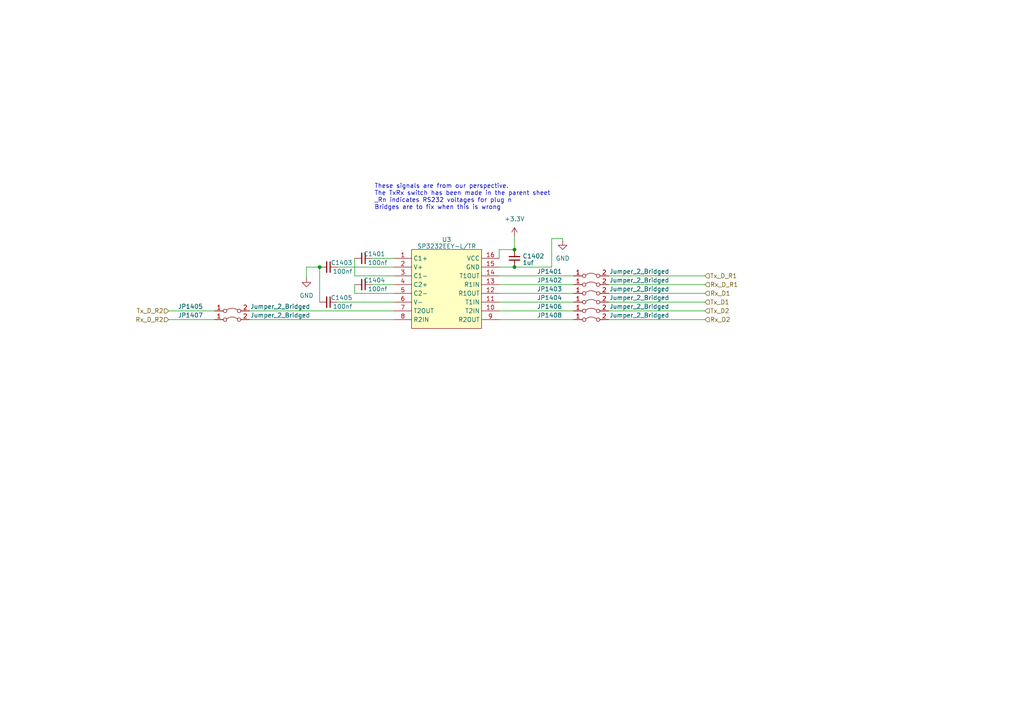
<source format=kicad_sch>
(kicad_sch (version 20230121) (generator eeschema)
  (paper "A4")
  (lib_symbols
    (symbol "Jumper:Jumper_2_Bridged" (pin_names (offset 0) hide)
      (property "Reference" "JP" (at 0 1.905 0))
      (property "Value" "Jumper_2_Bridged" (at 0 -2.54 0))
      (symbol "Jumper_2_Bridged_0_0"
        (circle (center -2.032 0) (radius 0.508))
        (circle (center 2.032 0) (radius 0.508))
      )
      (symbol "Jumper_2_Bridged_0_1"
        (arc (start 1.524 0.254) (mid 0 0.762) (end -1.524 0.254))
      )
      (symbol "Jumper_2_Bridged_1_1"
        (pin passive line (at -5.08 0 0) (length 2.54) (name "A") (number "1"))
        (pin passive line (at 5.08 0 180) (length 2.54) (name "B") (number "2"))
      )
    )
    (symbol "PGD-Library:C_Small" (pin_numbers hide) (pin_names (offset 0.254) hide)
      (property "Reference" "C" (at 0.254 1.778 0))
      (property "Value" "C_Small" (at 0.254 -2.032 0))
      (symbol "C_Small_0_1"
        (polyline (pts (xy -1.524 -0.508) (xy 1.524 -0.508)) (stroke (width 0.3302)))
        (polyline (pts (xy -1.524 0.508) (xy 1.524 0.508)) (stroke (width 0.3048)))
      )
      (symbol "C_Small_1_1"
        (pin passive line (at 0 2.54 270) (length 2.032) (name "~") (number "1"))
        (pin passive line (at 0 -2.54 90) (length 2.032) (name "~") (number "2"))
      )
    )
    (symbol "easyeda2kicad2:SP3232EEY-L_TR"
      (property "Reference" "U" (at 0 13.97 0))
      (property "Value" "SP3232EEY-L/TR" (at 0 -13.97 0))
      (symbol "SP3232EEY-L_TR_0_1"
        (rectangle (start -10.16 11.43) (end 10.16 -11.43) (fill (type background)))
        (pin passive line (at -15.24 8.89 0) (length 5.08) (name "C1+") (number "1"))
        (pin passive line (at 15.24 -6.35 180) (length 5.08) (name "T2IN") (number "10"))
        (pin passive line (at 15.24 -3.81 180) (length 5.08) (name "T1IN") (number "11"))
        (pin passive line (at 15.24 -1.27 180) (length 5.08) (name "R1OUT") (number "12"))
        (pin passive line (at 15.24 1.27 180) (length 5.08) (name "R1IN") (number "13"))
        (pin passive line (at 15.24 3.81 180) (length 5.08) (name "T1OUT") (number "14"))
        (pin power_in line (at 15.24 6.35 180) (length 5.08) (name "GND") (number "15"))
        (pin power_in line (at 15.24 8.89 180) (length 5.08) (name "VCC") (number "16"))
        (pin passive line (at -15.24 6.35 0) (length 5.08) (name "V+") (number "2"))
        (pin passive line (at -15.24 3.81 0) (length 5.08) (name "C1-") (number "3"))
        (pin passive line (at -15.24 1.27 0) (length 5.08) (name "C2+") (number "4"))
        (pin passive line (at -15.24 -1.27 0) (length 5.08) (name "C2-") (number "5"))
        (pin passive line (at -15.24 -3.81 0) (length 5.08) (name "V-") (number "6"))
        (pin output line (at -15.24 -6.35 0) (length 5.08) (name "T2OUT") (number "7"))
        (pin passive line (at -15.24 -8.89 0) (length 5.08) (name "R2IN") (number "8"))
        (pin passive line (at 15.24 -8.89 180) (length 5.08) (name "R2OUT") (number "9"))
      )
    )
    (symbol "power:+3.3V" (power) (pin_names (offset 0))
      (property "Value" "+3.3V" (at 0 3.556 0))
      (symbol "+3.3V_0_1"
        (polyline (pts (xy -0.762 1.27) (xy 0 2.54)))
        (polyline (pts (xy 0 0) (xy 0 2.54)))
        (polyline (pts (xy 0 2.54) (xy 0.762 1.27)))
      )
      (symbol "+3.3V_1_1"
        (pin power_in line (at 0 0 90) (length 0) hide (name "+3.3V") (number "1"))
      )
    )
    (symbol "power:GND" (power) (pin_names (offset 0))
      (property "Value" "GND" (at 0 -3.81 0))
      (symbol "GND_0_1"
        (polyline (pts (xy 0 0) (xy 0 -1.27) (xy 1.27 -1.27) (xy 0 -2.54) (xy -1.27 -1.27) (xy 0 -1.27)))
      )
      (symbol "GND_1_1"
        (pin power_in line (at 0 0 270) (length 0) hide (name "GND") (number "1"))
      )
    )
  )
  (junction (at 149.225 72.39))
  (junction (at 149.225 77.47))
  (junction (at 92.71 77.47))
  (wire (pts (xy 114.3 87.63) (xy 97.79 87.63)))
  (wire (pts (xy 107.95 82.55) (xy 114.3 82.55)))
  (wire (pts (xy 204.47 80.01) (xy 176.53 80.01)))
  (wire (pts (xy 88.9 80.645) (xy 88.9 77.47)))
  (wire (pts (xy 114.3 80.01) (xy 102.87 80.01)))
  (wire (pts (xy 166.37 87.63) (xy 144.78 87.63)))
  (wire (pts (xy 102.87 80.01) (xy 102.87 74.93)))
  (wire (pts (xy 204.47 92.71) (xy 176.53 92.71)))
  (wire (pts (xy 88.9 77.47) (xy 92.71 77.47)))
  (wire (pts (xy 166.37 82.55) (xy 144.78 82.55)))
  (wire (pts (xy 166.37 80.01) (xy 144.78 80.01)))
  (wire (pts (xy 92.71 77.47) (xy 92.71 87.63)))
  (wire (pts (xy 72.39 90.17) (xy 114.3 90.17)))
  (wire (pts (xy 204.47 85.09) (xy 176.53 85.09)))
  (wire (pts (xy 102.87 85.09) (xy 102.87 82.55)))
  (wire (pts (xy 48.895 90.17) (xy 62.23 90.17)))
  (wire (pts (xy 204.47 82.55) (xy 176.53 82.55)))
  (wire (pts (xy 204.47 90.17) (xy 176.53 90.17)))
  (wire (pts (xy 204.47 87.63) (xy 176.53 87.63)))
  (wire (pts (xy 160.02 69.215) (xy 160.02 77.47)))
  (wire (pts (xy 144.78 77.47) (xy 149.225 77.47)))
  (wire (pts (xy 160.02 77.47) (xy 149.225 77.47)))
  (wire (pts (xy 144.78 74.93) (xy 144.78 72.39)))
  (wire (pts (xy 166.37 90.17) (xy 144.78 90.17)))
  (wire (pts (xy 72.39 92.71) (xy 114.3 92.71)))
  (wire (pts (xy 114.3 85.09) (xy 102.87 85.09)))
  (wire (pts (xy 97.79 77.47) (xy 114.3 77.47)))
  (wire (pts (xy 166.37 85.09) (xy 144.78 85.09)))
  (wire (pts (xy 160.02 69.215) (xy 163.195 69.215)))
  (wire (pts (xy 48.895 92.71) (xy 62.23 92.71)))
  (wire (pts (xy 144.78 72.39) (xy 149.225 72.39)))
  (wire (pts (xy 163.195 69.85) (xy 163.195 69.215)))
  (wire (pts (xy 107.95 74.93) (xy 114.3 74.93)))
  (wire (pts (xy 149.225 68.58) (xy 149.225 72.39)))
  (wire (pts (xy 166.37 92.71) (xy 144.78 92.71)))
  (text "These signals are from our perspective.\nThe TxRx switch has been made in the parent sheet\n_Rn indicates RS232 voltages for plug n\nBridges are to fix when this is wrong" (at 108.585 60.96 0) (effects (font (size 1.27 1.27)) (justify left bottom)))
  (hierarchical_label "Tx_D_R2" (shape input) (at 48.895 90.17 180))
  (hierarchical_label "Tx_D1" (shape input) (at 204.47 87.63 0))
  (hierarchical_label "Rx_D2" (shape input) (at 204.47 92.71 0))
  (hierarchical_label "Rx_D_R2" (shape input) (at 48.895 92.71 180))
  (hierarchical_label "Rx_D_R1" (shape input) (at 204.47 82.55 0))
  (hierarchical_label "Rx_D1" (shape input) (at 204.47 85.09 0))
  (hierarchical_label "Tx_D2" (shape input) (at 204.47 90.17 0))
  (hierarchical_label "Tx_D_R1" (shape input) (at 204.47 80.01 0))
  (symbol (lib_id "power:GND") (at 163.195 69.85 0) (unit 1)
    (property "Reference" "#PWR01402" (effects hide))
    (property "Value" "GND" (at 163.195 74.93 0))
    (instances (project "PiraniGaugeDisplay" (path "" (reference "#PWR01402") (unit 1))) (project "Output_6Ch_SoftLimits" (path "" (reference "#PWR0216") (unit 1))) (project "Bincorp_485JoystickControllerV1" (path "" (reference "#PWR0132") (unit 1))) (project "Output_2ch_FaultTolerant" (path "" (reference "#PWR035") (unit 1))))
  )
  (symbol (lib_id "Jumper:Jumper_2_Bridged") (at 171.45 80.01 0) (unit 1)
    (property "Reference" "JP1401" (at 159.385 78.74 0))
    (property "Value" "Jumper_2_Bridged" (at 185.42 78.74 0))
    (property "Footprint" "Jumper:SolderJumper-2_P1.3mm_Bridged_Pad1.0x1.5mm" (effects hide))
  )
  (symbol (lib_id "Jumper:Jumper_2_Bridged") (at 171.45 90.17 0) (unit 1)
    (property "Reference" "JP1406" (at 159.385 88.9 0))
    (property "Value" "Jumper_2_Bridged" (at 185.42 88.9 0))
    (property "Footprint" "Jumper:SolderJumper-2_P1.3mm_Bridged_Pad1.0x1.5mm" (effects hide))
  )
  (symbol (lib_id "Jumper:Jumper_2_Bridged") (at 67.31 92.71 0) (unit 1)
    (property "Reference" "JP1407" (at 55.245 91.44 0))
    (property "Value" "Jumper_2_Bridged" (at 81.28 91.44 0))
    (property "Footprint" "Jumper:SolderJumper-2_P1.3mm_Bridged_Pad1.0x1.5mm" (effects hide))
  )
  (symbol (lib_id "PGD-Library:C_Small") (at 105.41 74.93 270) (unit 1)
    (property "Reference" "C1401" (at 111.76 73.66 90) (effects (justify right)))
    (property "Value" "100nf" (at 112.395 76.2 90) (effects (justify right)))
    (property "Footprint" "Capacitor_SMD:C_0805_2012Metric" (effects hide))
    (property "LCSC Part" "C28233" (effects hide))
    (property "JLC Part" "Basic Part" (effects hide))
    (instances (project "PiraniGaugeDisplay" (path "" (reference "C1401") (unit 1))) (project "Output_6Ch_SoftLimits" (path "" (reference "C211") (unit 1))) (project "Bincorp_485JoystickControllerV1" (path "" (reference "C110") (unit 1))) (project "Output_2ch_FaultTolerant" (path "" (reference "C201") (unit 1)) (path "" (reference "C401") (unit 1)) (path "" (reference "C508") (unit 1))))
  )
  (symbol (lib_id "PGD-Library:C_Small") (at 95.25 77.47 270) (unit 1)
    (property "Reference" "C1403" (at 102.235 76.2 90) (effects (justify right)))
    (property "Value" "100nf" (at 102.235 78.74 90) (effects (justify right)))
    (property "Footprint" "Capacitor_SMD:C_0805_2012Metric" (effects hide))
    (property "LCSC Part" "C28233" (effects hide))
    (property "JLC Part" "Basic Part" (effects hide))
    (instances (project "PiraniGaugeDisplay" (path "" (reference "C1403") (unit 1))) (project "Output_6Ch_SoftLimits" (path "" (reference "C211") (unit 1))) (project "Bincorp_485JoystickControllerV1" (path "" (reference "C110") (unit 1))) (project "Output_2ch_FaultTolerant" (path "" (reference "C201") (unit 1)) (path "" (reference "C401") (unit 1)) (path "" (reference "C508") (unit 1))))
  )
  (symbol (lib_id "Jumper:Jumper_2_Bridged") (at 67.31 90.17 0) (unit 1)
    (property "Reference" "JP1405" (at 55.245 88.9 0))
    (property "Value" "Jumper_2_Bridged" (at 81.28 88.9 0))
    (property "Footprint" "Jumper:SolderJumper-2_P1.3mm_Bridged_Pad1.0x1.5mm" (effects hide))
  )
  (symbol (lib_id "Jumper:Jumper_2_Bridged") (at 171.45 87.63 0) (unit 1)
    (property "Reference" "JP1404" (at 159.385 86.36 0))
    (property "Value" "Jumper_2_Bridged" (at 185.42 86.36 0))
    (property "Footprint" "Jumper:SolderJumper-2_P1.3mm_Bridged_Pad1.0x1.5mm" (effects hide))
  )
  (symbol (lib_id "power:GND") (at 88.9 80.645 0) (unit 1)
    (property "Reference" "#PWR01403" (effects hide))
    (property "Value" "GND" (at 88.9 85.725 0))
    (instances (project "PiraniGaugeDisplay" (path "" (reference "#PWR01403") (unit 1))) (project "Output_6Ch_SoftLimits" (path "" (reference "#PWR0216") (unit 1))) (project "Bincorp_485JoystickControllerV1" (path "" (reference "#PWR0132") (unit 1))) (project "Output_2ch_FaultTolerant" (path "" (reference "#PWR035") (unit 1))))
  )
  (symbol (lib_id "PGD-Library:C_Small") (at 149.225 74.93 180) (unit 1)
    (property "Reference" "C1402" (at 151.5491 74.2799 0) (effects (justify right)))
    (property "Value" "1uf" (at 151.5491 76.2009 0) (effects (justify right)))
    (property "Footprint" "Capacitor_SMD:C_0805_2012Metric" (effects hide))
    (property "JLC Part" "C28323" (effects hide))
    (property "LCSC Part" "Basic Part" (effects hide))
    (instances (project "PiraniGaugeDisplay" (path "" (reference "C1402") (unit 1))) (project "Output_6Ch_SoftLimits" (path "" (reference "C208") (unit 1))) (project "Bincorp_485JoystickControllerV1" (path "" (reference "C116") (unit 1))) (project "Output_2ch_FaultTolerant" (path "" (reference "C209") (unit 1)) (path "" (reference "C409") (unit 1)) (path "" (reference "C507") (unit 1))))
  )
  (symbol (lib_id "easyeda2kicad2:SP3232EEY-L_TR") (at 129.54 83.82 0) (unit 1)
    (property "Reference" "U3" (at 129.54 69.5071 0))
    (property "Value" "SP3232EEY-L/TR" (at 129.54 71.4281 0))
    (property "Footprint" "easyeda2kicad2:TSSOP-16_L5.0-W4.4-P0.65-LS6.4-BL" (effects hide))
    (property "Datasheet" "https://lcsc.com/product-detail/RS232_SIPEX_SP3232EEY-L-TR_SP3232EEY_C13482.html" (effects hide))
    (property "LCSC Part" "C13482" (effects hide))
  )
  (symbol (lib_id "PGD-Library:C_Small") (at 95.25 87.63 270) (unit 1)
    (property "Reference" "C1405" (at 102.235 86.36 90) (effects (justify right)))
    (property "Value" "100nf" (at 102.235 88.9 90) (effects (justify right)))
    (property "Footprint" "Capacitor_SMD:C_0805_2012Metric" (effects hide))
    (property "LCSC Part" "C28233" (effects hide))
    (property "JLC Part" "Basic Part" (effects hide))
    (instances (project "PiraniGaugeDisplay" (path "" (reference "C1405") (unit 1))) (project "Output_6Ch_SoftLimits" (path "" (reference "C211") (unit 1))) (project "Bincorp_485JoystickControllerV1" (path "" (reference "C110") (unit 1))) (project "Output_2ch_FaultTolerant" (path "" (reference "C201") (unit 1)) (path "" (reference "C401") (unit 1)) (path "" (reference "C508") (unit 1))))
  )
  (symbol (lib_id "power:+3.3V") (at 149.225 68.58 0) (unit 1)
    (property "Reference" "#PWR0201" (effects hide))
    (property "Value" "+3.3V" (at 149.225 63.5 0))
    (instances (project "FlatTester" (path "" (reference "#PWR0201") (unit 1)) (path "" (reference "#PWR0105") (unit 1))) (project "PiraniGaugeDisplay" (path "" (reference "#PWR01401") (unit 1))) (project "Output_4Ch_SoftLimits" (path "" (reference "#PWR0209") (unit 1)) (path "" (reference "#PWR0106") (unit 1)) (path "" (reference "#PWR0308") (unit 1))) (project "Bincorp_485JoystickControllerV1" (path "" (reference "#PWR0125") (unit 1))) (project "Output_2ch_FaultTolerant" (path "" (reference "#PWR032") (unit 1))))
  )
  (symbol (lib_id "Jumper:Jumper_2_Bridged") (at 171.45 82.55 0) (unit 1)
    (property "Reference" "JP1402" (at 159.385 81.28 0))
    (property "Value" "Jumper_2_Bridged" (at 185.42 81.28 0))
    (property "Footprint" "Jumper:SolderJumper-2_P1.3mm_Bridged_Pad1.0x1.5mm" (effects hide))
  )
  (symbol (lib_id "Jumper:Jumper_2_Bridged") (at 171.45 85.09 0) (unit 1)
    (property "Reference" "JP1403" (at 159.385 83.82 0))
    (property "Value" "Jumper_2_Bridged" (at 185.42 83.82 0))
    (property "Footprint" "Jumper:SolderJumper-2_P1.3mm_Bridged_Pad1.0x1.5mm" (effects hide))
  )
  (symbol (lib_id "Jumper:Jumper_2_Bridged") (at 171.45 92.71 0) (unit 1)
    (property "Reference" "JP1408" (at 159.385 91.44 0))
    (property "Value" "Jumper_2_Bridged" (at 185.42 91.44 0))
    (property "Footprint" "Jumper:SolderJumper-2_P1.3mm_Bridged_Pad1.0x1.5mm" (effects hide))
  )
  (symbol (lib_id "PGD-Library:C_Small") (at 105.41 82.55 270) (unit 1)
    (property "Reference" "C1404" (at 111.76 81.28 90) (effects (justify right)))
    (property "Value" "100nf" (at 112.395 83.82 90) (effects (justify right)))
    (property "Footprint" "Capacitor_SMD:C_0805_2012Metric" (effects hide))
    (property "LCSC Part" "C28233" (effects hide))
    (property "JLC Part" "Basic Part" (effects hide))
    (instances (project "PiraniGaugeDisplay" (path "" (reference "C1404") (unit 1))) (project "Output_6Ch_SoftLimits" (path "" (reference "C211") (unit 1))) (project "Bincorp_485JoystickControllerV1" (path "" (reference "C110") (unit 1))) (project "Output_2ch_FaultTolerant" (path "" (reference "C201") (unit 1)) (path "" (reference "C401") (unit 1)) (path "" (reference "C508") (unit 1))))
  )
)
</source>
